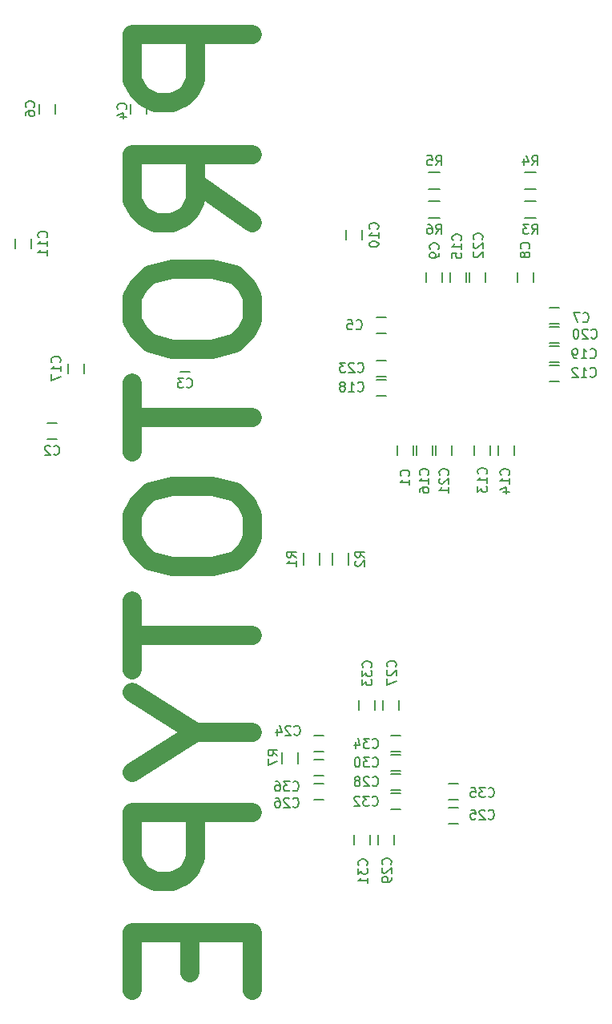
<source format=gbo>
G04 #@! TF.FileFunction,Legend,Bot*
%FSLAX46Y46*%
G04 Gerber Fmt 4.6, Leading zero omitted, Abs format (unit mm)*
G04 Created by KiCad (PCBNEW (2015-01-16 BZR 5376)-product) date 2015-03-11 03:36:44*
%MOMM*%
G01*
G04 APERTURE LIST*
%ADD10C,0.100000*%
%ADD11C,2.032000*%
%ADD12C,0.150000*%
G04 APERTURE END LIST*
D10*
D11*
X30586438Y-10409163D02*
X17886438Y-10409163D01*
X17886438Y-15247258D01*
X18491200Y-16456782D01*
X19095962Y-17061543D01*
X20305486Y-17666305D01*
X22119771Y-17666305D01*
X23329295Y-17061543D01*
X23934057Y-16456782D01*
X24538819Y-15247258D01*
X24538819Y-10409163D01*
X30586438Y-30366305D02*
X24538819Y-26132972D01*
X30586438Y-23109163D02*
X17886438Y-23109163D01*
X17886438Y-27947258D01*
X18491200Y-29156782D01*
X19095962Y-29761543D01*
X20305486Y-30366305D01*
X22119771Y-30366305D01*
X23329295Y-29761543D01*
X23934057Y-29156782D01*
X24538819Y-27947258D01*
X24538819Y-23109163D01*
X17886438Y-38228210D02*
X17886438Y-40647258D01*
X18491200Y-41856782D01*
X19700724Y-43066305D01*
X22119771Y-43671067D01*
X26353105Y-43671067D01*
X28772152Y-43066305D01*
X29981676Y-41856782D01*
X30586438Y-40647258D01*
X30586438Y-38228210D01*
X29981676Y-37018686D01*
X28772152Y-35809163D01*
X26353105Y-35204401D01*
X22119771Y-35204401D01*
X19700724Y-35809163D01*
X18491200Y-37018686D01*
X17886438Y-38228210D01*
X17886438Y-47299639D02*
X17886438Y-54556782D01*
X30586438Y-50928210D02*
X17886438Y-50928210D01*
X17886438Y-61209162D02*
X17886438Y-63628210D01*
X18491200Y-64837734D01*
X19700724Y-66047257D01*
X22119771Y-66652019D01*
X26353105Y-66652019D01*
X28772152Y-66047257D01*
X29981676Y-64837734D01*
X30586438Y-63628210D01*
X30586438Y-61209162D01*
X29981676Y-59999638D01*
X28772152Y-58790115D01*
X26353105Y-58185353D01*
X22119771Y-58185353D01*
X19700724Y-58790115D01*
X18491200Y-59999638D01*
X17886438Y-61209162D01*
X17886438Y-70280591D02*
X17886438Y-77537734D01*
X30586438Y-73909162D02*
X17886438Y-73909162D01*
X24538819Y-84190114D02*
X30586438Y-84190114D01*
X17886438Y-79956781D02*
X24538819Y-84190114D01*
X17886438Y-88423447D01*
X30586438Y-92656781D02*
X17886438Y-92656781D01*
X17886438Y-97494876D01*
X18491200Y-98704400D01*
X19095962Y-99309161D01*
X20305486Y-99913923D01*
X22119771Y-99913923D01*
X23329295Y-99309161D01*
X23934057Y-98704400D01*
X24538819Y-97494876D01*
X24538819Y-92656781D01*
X23934057Y-105356781D02*
X23934057Y-109590114D01*
X30586438Y-111404400D02*
X30586438Y-105356781D01*
X17886438Y-105356781D01*
X17886438Y-111404400D01*
D12*
X47586000Y-53856000D02*
X47586000Y-54856000D01*
X45886000Y-54856000D02*
X45886000Y-53856000D01*
X9898000Y-53174000D02*
X8898000Y-53174000D01*
X8898000Y-51474000D02*
X9898000Y-51474000D01*
X23931500Y-46062000D02*
X22931500Y-46062000D01*
X22931500Y-44362000D02*
X23931500Y-44362000D01*
X19392000Y-17788000D02*
X19392000Y-18788000D01*
X17692000Y-18788000D02*
X17692000Y-17788000D01*
X44696000Y-41998000D02*
X43696000Y-41998000D01*
X43696000Y-40298000D02*
X44696000Y-40298000D01*
X9740000Y-17788000D02*
X9740000Y-18788000D01*
X8040000Y-18788000D02*
X8040000Y-17788000D01*
X61984000Y-39282000D02*
X62984000Y-39282000D01*
X62984000Y-40982000D02*
X61984000Y-40982000D01*
X58586000Y-36568000D02*
X58586000Y-35568000D01*
X60286000Y-35568000D02*
X60286000Y-36568000D01*
X48934000Y-36568000D02*
X48934000Y-35568000D01*
X50634000Y-35568000D02*
X50634000Y-36568000D01*
X42188500Y-31123000D02*
X42188500Y-32123000D01*
X40488500Y-32123000D02*
X40488500Y-31123000D01*
X7200000Y-32012000D02*
X7200000Y-33012000D01*
X5500000Y-33012000D02*
X5500000Y-32012000D01*
X61984000Y-45378000D02*
X62984000Y-45378000D01*
X62984000Y-47078000D02*
X61984000Y-47078000D01*
X55714000Y-53856000D02*
X55714000Y-54856000D01*
X54014000Y-54856000D02*
X54014000Y-53856000D01*
X58254000Y-53856000D02*
X58254000Y-54856000D01*
X56554000Y-54856000D02*
X56554000Y-53856000D01*
X51474000Y-36568000D02*
X51474000Y-35568000D01*
X53174000Y-35568000D02*
X53174000Y-36568000D01*
X49618000Y-53856000D02*
X49618000Y-54856000D01*
X47918000Y-54856000D02*
X47918000Y-53856000D01*
X11088000Y-46220000D02*
X11088000Y-45220000D01*
X12788000Y-45220000D02*
X12788000Y-46220000D01*
X44696000Y-48602000D02*
X43696000Y-48602000D01*
X43696000Y-46902000D02*
X44696000Y-46902000D01*
X61984000Y-43346000D02*
X62984000Y-43346000D01*
X62984000Y-45046000D02*
X61984000Y-45046000D01*
X61984000Y-41314000D02*
X62984000Y-41314000D01*
X62984000Y-43014000D02*
X61984000Y-43014000D01*
X51650000Y-53856000D02*
X51650000Y-54856000D01*
X49950000Y-54856000D02*
X49950000Y-53856000D01*
X53506000Y-36568000D02*
X53506000Y-35568000D01*
X55206000Y-35568000D02*
X55206000Y-36568000D01*
X44696000Y-46570000D02*
X43696000Y-46570000D01*
X43696000Y-44870000D02*
X44696000Y-44870000D01*
X38092000Y-86194000D02*
X37092000Y-86194000D01*
X37092000Y-84494000D02*
X38092000Y-84494000D01*
X51316000Y-92114000D02*
X52316000Y-92114000D01*
X52316000Y-93814000D02*
X51316000Y-93814000D01*
X38092000Y-91274000D02*
X37092000Y-91274000D01*
X37092000Y-89574000D02*
X38092000Y-89574000D01*
X44362000Y-81780000D02*
X44362000Y-80780000D01*
X46062000Y-80780000D02*
X46062000Y-81780000D01*
X46220000Y-90258000D02*
X45220000Y-90258000D01*
X45220000Y-88558000D02*
X46220000Y-88558000D01*
X45554000Y-95004000D02*
X45554000Y-96004000D01*
X43854000Y-96004000D02*
X43854000Y-95004000D01*
X46220000Y-88226000D02*
X45220000Y-88226000D01*
X45220000Y-86526000D02*
X46220000Y-86526000D01*
X43014000Y-95004000D02*
X43014000Y-96004000D01*
X41314000Y-96004000D02*
X41314000Y-95004000D01*
X46220000Y-92290000D02*
X45220000Y-92290000D01*
X45220000Y-90590000D02*
X46220000Y-90590000D01*
X41822000Y-81780000D02*
X41822000Y-80780000D01*
X43522000Y-80780000D02*
X43522000Y-81780000D01*
X46220000Y-86194000D02*
X45220000Y-86194000D01*
X45220000Y-84494000D02*
X46220000Y-84494000D01*
X51316000Y-89574000D02*
X52316000Y-89574000D01*
X52316000Y-91274000D02*
X51316000Y-91274000D01*
X38092000Y-88734000D02*
X37092000Y-88734000D01*
X37092000Y-87034000D02*
X38092000Y-87034000D01*
X37705000Y-66449500D02*
X37705000Y-65249500D01*
X35955000Y-65249500D02*
X35955000Y-66449500D01*
X39003000Y-65249500D02*
X39003000Y-66449500D01*
X40753000Y-66449500D02*
X40753000Y-65249500D01*
X60544000Y-28081000D02*
X59344000Y-28081000D01*
X59344000Y-29831000D02*
X60544000Y-29831000D01*
X59344000Y-26783000D02*
X60544000Y-26783000D01*
X60544000Y-25033000D02*
X59344000Y-25033000D01*
X49184000Y-26783000D02*
X50384000Y-26783000D01*
X50384000Y-25033000D02*
X49184000Y-25033000D01*
X50384000Y-28081000D02*
X49184000Y-28081000D01*
X49184000Y-29831000D02*
X50384000Y-29831000D01*
X33669000Y-86268000D02*
X33669000Y-87468000D01*
X35419000Y-87468000D02*
X35419000Y-86268000D01*
X47093143Y-57084934D02*
X47140762Y-57037315D01*
X47188381Y-56894458D01*
X47188381Y-56799220D01*
X47140762Y-56656362D01*
X47045524Y-56561124D01*
X46950286Y-56513505D01*
X46759810Y-56465886D01*
X46616952Y-56465886D01*
X46426476Y-56513505D01*
X46331238Y-56561124D01*
X46236000Y-56656362D01*
X46188381Y-56799220D01*
X46188381Y-56894458D01*
X46236000Y-57037315D01*
X46283619Y-57084934D01*
X47188381Y-58037315D02*
X47188381Y-57465886D01*
X47188381Y-57751600D02*
X46188381Y-57751600D01*
X46331238Y-57656362D01*
X46426476Y-57561124D01*
X46474095Y-57465886D01*
X9564666Y-54781143D02*
X9612285Y-54828762D01*
X9755142Y-54876381D01*
X9850380Y-54876381D01*
X9993238Y-54828762D01*
X10088476Y-54733524D01*
X10136095Y-54638286D01*
X10183714Y-54447810D01*
X10183714Y-54304952D01*
X10136095Y-54114476D01*
X10088476Y-54019238D01*
X9993238Y-53924000D01*
X9850380Y-53876381D01*
X9755142Y-53876381D01*
X9612285Y-53924000D01*
X9564666Y-53971619D01*
X9183714Y-53971619D02*
X9136095Y-53924000D01*
X9040857Y-53876381D01*
X8802761Y-53876381D01*
X8707523Y-53924000D01*
X8659904Y-53971619D01*
X8612285Y-54066857D01*
X8612285Y-54162095D01*
X8659904Y-54304952D01*
X9231333Y-54876381D01*
X8612285Y-54876381D01*
X23598166Y-47669143D02*
X23645785Y-47716762D01*
X23788642Y-47764381D01*
X23883880Y-47764381D01*
X24026738Y-47716762D01*
X24121976Y-47621524D01*
X24169595Y-47526286D01*
X24217214Y-47335810D01*
X24217214Y-47192952D01*
X24169595Y-47002476D01*
X24121976Y-46907238D01*
X24026738Y-46812000D01*
X23883880Y-46764381D01*
X23788642Y-46764381D01*
X23645785Y-46812000D01*
X23598166Y-46859619D01*
X23264833Y-46764381D02*
X22645785Y-46764381D01*
X22979119Y-47145333D01*
X22836261Y-47145333D01*
X22741023Y-47192952D01*
X22693404Y-47240571D01*
X22645785Y-47335810D01*
X22645785Y-47573905D01*
X22693404Y-47669143D01*
X22741023Y-47716762D01*
X22836261Y-47764381D01*
X23121976Y-47764381D01*
X23217214Y-47716762D01*
X23264833Y-47669143D01*
X17171943Y-18324534D02*
X17219562Y-18276915D01*
X17267181Y-18134058D01*
X17267181Y-18038820D01*
X17219562Y-17895962D01*
X17124324Y-17800724D01*
X17029086Y-17753105D01*
X16838610Y-17705486D01*
X16695752Y-17705486D01*
X16505276Y-17753105D01*
X16410038Y-17800724D01*
X16314800Y-17895962D01*
X16267181Y-18038820D01*
X16267181Y-18134058D01*
X16314800Y-18276915D01*
X16362419Y-18324534D01*
X16600514Y-19181677D02*
X17267181Y-19181677D01*
X16219562Y-18943581D02*
X16933848Y-18705486D01*
X16933848Y-19324534D01*
X41517866Y-41505143D02*
X41565485Y-41552762D01*
X41708342Y-41600381D01*
X41803580Y-41600381D01*
X41946438Y-41552762D01*
X42041676Y-41457524D01*
X42089295Y-41362286D01*
X42136914Y-41171810D01*
X42136914Y-41028952D01*
X42089295Y-40838476D01*
X42041676Y-40743238D01*
X41946438Y-40648000D01*
X41803580Y-40600381D01*
X41708342Y-40600381D01*
X41565485Y-40648000D01*
X41517866Y-40695619D01*
X40613104Y-40600381D02*
X41089295Y-40600381D01*
X41136914Y-41076571D01*
X41089295Y-41028952D01*
X40994057Y-40981333D01*
X40755961Y-40981333D01*
X40660723Y-41028952D01*
X40613104Y-41076571D01*
X40565485Y-41171810D01*
X40565485Y-41409905D01*
X40613104Y-41505143D01*
X40660723Y-41552762D01*
X40755961Y-41600381D01*
X40994057Y-41600381D01*
X41089295Y-41552762D01*
X41136914Y-41505143D01*
X7469143Y-18121334D02*
X7516762Y-18073715D01*
X7564381Y-17930858D01*
X7564381Y-17835620D01*
X7516762Y-17692762D01*
X7421524Y-17597524D01*
X7326286Y-17549905D01*
X7135810Y-17502286D01*
X6992952Y-17502286D01*
X6802476Y-17549905D01*
X6707238Y-17597524D01*
X6612000Y-17692762D01*
X6564381Y-17835620D01*
X6564381Y-17930858D01*
X6612000Y-18073715D01*
X6659619Y-18121334D01*
X6564381Y-18978477D02*
X6564381Y-18788000D01*
X6612000Y-18692762D01*
X6659619Y-18645143D01*
X6802476Y-18549905D01*
X6992952Y-18502286D01*
X7373905Y-18502286D01*
X7469143Y-18549905D01*
X7516762Y-18597524D01*
X7564381Y-18692762D01*
X7564381Y-18883239D01*
X7516762Y-18978477D01*
X7469143Y-19026096D01*
X7373905Y-19073715D01*
X7135810Y-19073715D01*
X7040571Y-19026096D01*
X6992952Y-18978477D01*
X6945333Y-18883239D01*
X6945333Y-18692762D01*
X6992952Y-18597524D01*
X7040571Y-18549905D01*
X7135810Y-18502286D01*
X65495466Y-40743143D02*
X65543085Y-40790762D01*
X65685942Y-40838381D01*
X65781180Y-40838381D01*
X65924038Y-40790762D01*
X66019276Y-40695524D01*
X66066895Y-40600286D01*
X66114514Y-40409810D01*
X66114514Y-40266952D01*
X66066895Y-40076476D01*
X66019276Y-39981238D01*
X65924038Y-39886000D01*
X65781180Y-39838381D01*
X65685942Y-39838381D01*
X65543085Y-39886000D01*
X65495466Y-39933619D01*
X65162133Y-39838381D02*
X64495466Y-39838381D01*
X64924038Y-40838381D01*
X59793143Y-33056534D02*
X59840762Y-33008915D01*
X59888381Y-32866058D01*
X59888381Y-32770820D01*
X59840762Y-32627962D01*
X59745524Y-32532724D01*
X59650286Y-32485105D01*
X59459810Y-32437486D01*
X59316952Y-32437486D01*
X59126476Y-32485105D01*
X59031238Y-32532724D01*
X58936000Y-32627962D01*
X58888381Y-32770820D01*
X58888381Y-32866058D01*
X58936000Y-33008915D01*
X58983619Y-33056534D01*
X59316952Y-33627962D02*
X59269333Y-33532724D01*
X59221714Y-33485105D01*
X59126476Y-33437486D01*
X59078857Y-33437486D01*
X58983619Y-33485105D01*
X58936000Y-33532724D01*
X58888381Y-33627962D01*
X58888381Y-33818439D01*
X58936000Y-33913677D01*
X58983619Y-33961296D01*
X59078857Y-34008915D01*
X59126476Y-34008915D01*
X59221714Y-33961296D01*
X59269333Y-33913677D01*
X59316952Y-33818439D01*
X59316952Y-33627962D01*
X59364571Y-33532724D01*
X59412190Y-33485105D01*
X59507429Y-33437486D01*
X59697905Y-33437486D01*
X59793143Y-33485105D01*
X59840762Y-33532724D01*
X59888381Y-33627962D01*
X59888381Y-33818439D01*
X59840762Y-33913677D01*
X59793143Y-33961296D01*
X59697905Y-34008915D01*
X59507429Y-34008915D01*
X59412190Y-33961296D01*
X59364571Y-33913677D01*
X59316952Y-33818439D01*
X50191943Y-33107334D02*
X50239562Y-33059715D01*
X50287181Y-32916858D01*
X50287181Y-32821620D01*
X50239562Y-32678762D01*
X50144324Y-32583524D01*
X50049086Y-32535905D01*
X49858610Y-32488286D01*
X49715752Y-32488286D01*
X49525276Y-32535905D01*
X49430038Y-32583524D01*
X49334800Y-32678762D01*
X49287181Y-32821620D01*
X49287181Y-32916858D01*
X49334800Y-33059715D01*
X49382419Y-33107334D01*
X50287181Y-33583524D02*
X50287181Y-33774000D01*
X50239562Y-33869239D01*
X50191943Y-33916858D01*
X50049086Y-34012096D01*
X49858610Y-34059715D01*
X49477657Y-34059715D01*
X49382419Y-34012096D01*
X49334800Y-33964477D01*
X49287181Y-33869239D01*
X49287181Y-33678762D01*
X49334800Y-33583524D01*
X49382419Y-33535905D01*
X49477657Y-33488286D01*
X49715752Y-33488286D01*
X49810990Y-33535905D01*
X49858610Y-33583524D01*
X49906229Y-33678762D01*
X49906229Y-33869239D01*
X49858610Y-33964477D01*
X49810990Y-34012096D01*
X49715752Y-34059715D01*
X43795643Y-30980143D02*
X43843262Y-30932524D01*
X43890881Y-30789667D01*
X43890881Y-30694429D01*
X43843262Y-30551571D01*
X43748024Y-30456333D01*
X43652786Y-30408714D01*
X43462310Y-30361095D01*
X43319452Y-30361095D01*
X43128976Y-30408714D01*
X43033738Y-30456333D01*
X42938500Y-30551571D01*
X42890881Y-30694429D01*
X42890881Y-30789667D01*
X42938500Y-30932524D01*
X42986119Y-30980143D01*
X43890881Y-31932524D02*
X43890881Y-31361095D01*
X43890881Y-31646809D02*
X42890881Y-31646809D01*
X43033738Y-31551571D01*
X43128976Y-31456333D01*
X43176595Y-31361095D01*
X42890881Y-32551571D02*
X42890881Y-32646810D01*
X42938500Y-32742048D01*
X42986119Y-32789667D01*
X43081357Y-32837286D01*
X43271833Y-32884905D01*
X43509929Y-32884905D01*
X43700405Y-32837286D01*
X43795643Y-32789667D01*
X43843262Y-32742048D01*
X43890881Y-32646810D01*
X43890881Y-32551571D01*
X43843262Y-32456333D01*
X43795643Y-32408714D01*
X43700405Y-32361095D01*
X43509929Y-32313476D01*
X43271833Y-32313476D01*
X43081357Y-32361095D01*
X42986119Y-32408714D01*
X42938500Y-32456333D01*
X42890881Y-32551571D01*
X8807143Y-31869143D02*
X8854762Y-31821524D01*
X8902381Y-31678667D01*
X8902381Y-31583429D01*
X8854762Y-31440571D01*
X8759524Y-31345333D01*
X8664286Y-31297714D01*
X8473810Y-31250095D01*
X8330952Y-31250095D01*
X8140476Y-31297714D01*
X8045238Y-31345333D01*
X7950000Y-31440571D01*
X7902381Y-31583429D01*
X7902381Y-31678667D01*
X7950000Y-31821524D01*
X7997619Y-31869143D01*
X8902381Y-32821524D02*
X8902381Y-32250095D01*
X8902381Y-32535809D02*
X7902381Y-32535809D01*
X8045238Y-32440571D01*
X8140476Y-32345333D01*
X8188095Y-32250095D01*
X8902381Y-33773905D02*
X8902381Y-33202476D01*
X8902381Y-33488190D02*
X7902381Y-33488190D01*
X8045238Y-33392952D01*
X8140476Y-33297714D01*
X8188095Y-33202476D01*
X66276457Y-46534343D02*
X66324076Y-46581962D01*
X66466933Y-46629581D01*
X66562171Y-46629581D01*
X66705029Y-46581962D01*
X66800267Y-46486724D01*
X66847886Y-46391486D01*
X66895505Y-46201010D01*
X66895505Y-46058152D01*
X66847886Y-45867676D01*
X66800267Y-45772438D01*
X66705029Y-45677200D01*
X66562171Y-45629581D01*
X66466933Y-45629581D01*
X66324076Y-45677200D01*
X66276457Y-45724819D01*
X65324076Y-46629581D02*
X65895505Y-46629581D01*
X65609791Y-46629581D02*
X65609791Y-45629581D01*
X65705029Y-45772438D01*
X65800267Y-45867676D01*
X65895505Y-45915295D01*
X64943124Y-45724819D02*
X64895505Y-45677200D01*
X64800267Y-45629581D01*
X64562171Y-45629581D01*
X64466933Y-45677200D01*
X64419314Y-45724819D01*
X64371695Y-45820057D01*
X64371695Y-45915295D01*
X64419314Y-46058152D01*
X64990743Y-46629581D01*
X64371695Y-46629581D01*
X55271943Y-56862743D02*
X55319562Y-56815124D01*
X55367181Y-56672267D01*
X55367181Y-56577029D01*
X55319562Y-56434171D01*
X55224324Y-56338933D01*
X55129086Y-56291314D01*
X54938610Y-56243695D01*
X54795752Y-56243695D01*
X54605276Y-56291314D01*
X54510038Y-56338933D01*
X54414800Y-56434171D01*
X54367181Y-56577029D01*
X54367181Y-56672267D01*
X54414800Y-56815124D01*
X54462419Y-56862743D01*
X55367181Y-57815124D02*
X55367181Y-57243695D01*
X55367181Y-57529409D02*
X54367181Y-57529409D01*
X54510038Y-57434171D01*
X54605276Y-57338933D01*
X54652895Y-57243695D01*
X54367181Y-58148457D02*
X54367181Y-58767505D01*
X54748133Y-58434171D01*
X54748133Y-58577029D01*
X54795752Y-58672267D01*
X54843371Y-58719886D01*
X54938610Y-58767505D01*
X55176705Y-58767505D01*
X55271943Y-58719886D01*
X55319562Y-58672267D01*
X55367181Y-58577029D01*
X55367181Y-58291314D01*
X55319562Y-58196076D01*
X55271943Y-58148457D01*
X57659543Y-56964343D02*
X57707162Y-56916724D01*
X57754781Y-56773867D01*
X57754781Y-56678629D01*
X57707162Y-56535771D01*
X57611924Y-56440533D01*
X57516686Y-56392914D01*
X57326210Y-56345295D01*
X57183352Y-56345295D01*
X56992876Y-56392914D01*
X56897638Y-56440533D01*
X56802400Y-56535771D01*
X56754781Y-56678629D01*
X56754781Y-56773867D01*
X56802400Y-56916724D01*
X56850019Y-56964343D01*
X57754781Y-57916724D02*
X57754781Y-57345295D01*
X57754781Y-57631009D02*
X56754781Y-57631009D01*
X56897638Y-57535771D01*
X56992876Y-57440533D01*
X57040495Y-57345295D01*
X57088114Y-58773867D02*
X57754781Y-58773867D01*
X56707162Y-58535771D02*
X57421448Y-58297676D01*
X57421448Y-58916724D01*
X52579543Y-32173943D02*
X52627162Y-32126324D01*
X52674781Y-31983467D01*
X52674781Y-31888229D01*
X52627162Y-31745371D01*
X52531924Y-31650133D01*
X52436686Y-31602514D01*
X52246210Y-31554895D01*
X52103352Y-31554895D01*
X51912876Y-31602514D01*
X51817638Y-31650133D01*
X51722400Y-31745371D01*
X51674781Y-31888229D01*
X51674781Y-31983467D01*
X51722400Y-32126324D01*
X51770019Y-32173943D01*
X52674781Y-33126324D02*
X52674781Y-32554895D01*
X52674781Y-32840609D02*
X51674781Y-32840609D01*
X51817638Y-32745371D01*
X51912876Y-32650133D01*
X51960495Y-32554895D01*
X51674781Y-34031086D02*
X51674781Y-33554895D01*
X52150971Y-33507276D01*
X52103352Y-33554895D01*
X52055733Y-33650133D01*
X52055733Y-33888229D01*
X52103352Y-33983467D01*
X52150971Y-34031086D01*
X52246210Y-34078705D01*
X52484305Y-34078705D01*
X52579543Y-34031086D01*
X52627162Y-33983467D01*
X52674781Y-33888229D01*
X52674781Y-33650133D01*
X52627162Y-33554895D01*
X52579543Y-33507276D01*
X49125143Y-56964343D02*
X49172762Y-56916724D01*
X49220381Y-56773867D01*
X49220381Y-56678629D01*
X49172762Y-56535771D01*
X49077524Y-56440533D01*
X48982286Y-56392914D01*
X48791810Y-56345295D01*
X48648952Y-56345295D01*
X48458476Y-56392914D01*
X48363238Y-56440533D01*
X48268000Y-56535771D01*
X48220381Y-56678629D01*
X48220381Y-56773867D01*
X48268000Y-56916724D01*
X48315619Y-56964343D01*
X49220381Y-57916724D02*
X49220381Y-57345295D01*
X49220381Y-57631009D02*
X48220381Y-57631009D01*
X48363238Y-57535771D01*
X48458476Y-57440533D01*
X48506095Y-57345295D01*
X48220381Y-58773867D02*
X48220381Y-58583390D01*
X48268000Y-58488152D01*
X48315619Y-58440533D01*
X48458476Y-58345295D01*
X48648952Y-58297676D01*
X49029905Y-58297676D01*
X49125143Y-58345295D01*
X49172762Y-58392914D01*
X49220381Y-58488152D01*
X49220381Y-58678629D01*
X49172762Y-58773867D01*
X49125143Y-58821486D01*
X49029905Y-58869105D01*
X48791810Y-58869105D01*
X48696571Y-58821486D01*
X48648952Y-58773867D01*
X48601333Y-58678629D01*
X48601333Y-58488152D01*
X48648952Y-58392914D01*
X48696571Y-58345295D01*
X48791810Y-58297676D01*
X10195143Y-45077143D02*
X10242762Y-45029524D01*
X10290381Y-44886667D01*
X10290381Y-44791429D01*
X10242762Y-44648571D01*
X10147524Y-44553333D01*
X10052286Y-44505714D01*
X9861810Y-44458095D01*
X9718952Y-44458095D01*
X9528476Y-44505714D01*
X9433238Y-44553333D01*
X9338000Y-44648571D01*
X9290381Y-44791429D01*
X9290381Y-44886667D01*
X9338000Y-45029524D01*
X9385619Y-45077143D01*
X10290381Y-46029524D02*
X10290381Y-45458095D01*
X10290381Y-45743809D02*
X9290381Y-45743809D01*
X9433238Y-45648571D01*
X9528476Y-45553333D01*
X9576095Y-45458095D01*
X9290381Y-46362857D02*
X9290381Y-47029524D01*
X10290381Y-46600952D01*
X41689257Y-48058343D02*
X41736876Y-48105962D01*
X41879733Y-48153581D01*
X41974971Y-48153581D01*
X42117829Y-48105962D01*
X42213067Y-48010724D01*
X42260686Y-47915486D01*
X42308305Y-47725010D01*
X42308305Y-47582152D01*
X42260686Y-47391676D01*
X42213067Y-47296438D01*
X42117829Y-47201200D01*
X41974971Y-47153581D01*
X41879733Y-47153581D01*
X41736876Y-47201200D01*
X41689257Y-47248819D01*
X40736876Y-48153581D02*
X41308305Y-48153581D01*
X41022591Y-48153581D02*
X41022591Y-47153581D01*
X41117829Y-47296438D01*
X41213067Y-47391676D01*
X41308305Y-47439295D01*
X40165448Y-47582152D02*
X40260686Y-47534533D01*
X40308305Y-47486914D01*
X40355924Y-47391676D01*
X40355924Y-47344057D01*
X40308305Y-47248819D01*
X40260686Y-47201200D01*
X40165448Y-47153581D01*
X39974971Y-47153581D01*
X39879733Y-47201200D01*
X39832114Y-47248819D01*
X39784495Y-47344057D01*
X39784495Y-47391676D01*
X39832114Y-47486914D01*
X39879733Y-47534533D01*
X39974971Y-47582152D01*
X40165448Y-47582152D01*
X40260686Y-47629771D01*
X40308305Y-47677390D01*
X40355924Y-47772629D01*
X40355924Y-47963105D01*
X40308305Y-48058343D01*
X40260686Y-48105962D01*
X40165448Y-48153581D01*
X39974971Y-48153581D01*
X39879733Y-48105962D01*
X39832114Y-48058343D01*
X39784495Y-47963105D01*
X39784495Y-47772629D01*
X39832114Y-47677390D01*
X39879733Y-47629771D01*
X39974971Y-47582152D01*
X66276457Y-44553143D02*
X66324076Y-44600762D01*
X66466933Y-44648381D01*
X66562171Y-44648381D01*
X66705029Y-44600762D01*
X66800267Y-44505524D01*
X66847886Y-44410286D01*
X66895505Y-44219810D01*
X66895505Y-44076952D01*
X66847886Y-43886476D01*
X66800267Y-43791238D01*
X66705029Y-43696000D01*
X66562171Y-43648381D01*
X66466933Y-43648381D01*
X66324076Y-43696000D01*
X66276457Y-43743619D01*
X65324076Y-44648381D02*
X65895505Y-44648381D01*
X65609791Y-44648381D02*
X65609791Y-43648381D01*
X65705029Y-43791238D01*
X65800267Y-43886476D01*
X65895505Y-43934095D01*
X64847886Y-44648381D02*
X64657410Y-44648381D01*
X64562171Y-44600762D01*
X64514552Y-44553143D01*
X64419314Y-44410286D01*
X64371695Y-44219810D01*
X64371695Y-43838857D01*
X64419314Y-43743619D01*
X64466933Y-43696000D01*
X64562171Y-43648381D01*
X64752648Y-43648381D01*
X64847886Y-43696000D01*
X64895505Y-43743619D01*
X64943124Y-43838857D01*
X64943124Y-44076952D01*
X64895505Y-44172190D01*
X64847886Y-44219810D01*
X64752648Y-44267429D01*
X64562171Y-44267429D01*
X64466933Y-44219810D01*
X64419314Y-44172190D01*
X64371695Y-44076952D01*
X66378057Y-42470343D02*
X66425676Y-42517962D01*
X66568533Y-42565581D01*
X66663771Y-42565581D01*
X66806629Y-42517962D01*
X66901867Y-42422724D01*
X66949486Y-42327486D01*
X66997105Y-42137010D01*
X66997105Y-41994152D01*
X66949486Y-41803676D01*
X66901867Y-41708438D01*
X66806629Y-41613200D01*
X66663771Y-41565581D01*
X66568533Y-41565581D01*
X66425676Y-41613200D01*
X66378057Y-41660819D01*
X65997105Y-41660819D02*
X65949486Y-41613200D01*
X65854248Y-41565581D01*
X65616152Y-41565581D01*
X65520914Y-41613200D01*
X65473295Y-41660819D01*
X65425676Y-41756057D01*
X65425676Y-41851295D01*
X65473295Y-41994152D01*
X66044724Y-42565581D01*
X65425676Y-42565581D01*
X64806629Y-41565581D02*
X64711390Y-41565581D01*
X64616152Y-41613200D01*
X64568533Y-41660819D01*
X64520914Y-41756057D01*
X64473295Y-41946533D01*
X64473295Y-42184629D01*
X64520914Y-42375105D01*
X64568533Y-42470343D01*
X64616152Y-42517962D01*
X64711390Y-42565581D01*
X64806629Y-42565581D01*
X64901867Y-42517962D01*
X64949486Y-42470343D01*
X64997105Y-42375105D01*
X65044724Y-42184629D01*
X65044724Y-41946533D01*
X64997105Y-41756057D01*
X64949486Y-41660819D01*
X64901867Y-41613200D01*
X64806629Y-41565581D01*
X51207943Y-56964343D02*
X51255562Y-56916724D01*
X51303181Y-56773867D01*
X51303181Y-56678629D01*
X51255562Y-56535771D01*
X51160324Y-56440533D01*
X51065086Y-56392914D01*
X50874610Y-56345295D01*
X50731752Y-56345295D01*
X50541276Y-56392914D01*
X50446038Y-56440533D01*
X50350800Y-56535771D01*
X50303181Y-56678629D01*
X50303181Y-56773867D01*
X50350800Y-56916724D01*
X50398419Y-56964343D01*
X50398419Y-57345295D02*
X50350800Y-57392914D01*
X50303181Y-57488152D01*
X50303181Y-57726248D01*
X50350800Y-57821486D01*
X50398419Y-57869105D01*
X50493657Y-57916724D01*
X50588895Y-57916724D01*
X50731752Y-57869105D01*
X51303181Y-57297676D01*
X51303181Y-57916724D01*
X51303181Y-58869105D02*
X51303181Y-58297676D01*
X51303181Y-58583390D02*
X50303181Y-58583390D01*
X50446038Y-58488152D01*
X50541276Y-58392914D01*
X50588895Y-58297676D01*
X54814743Y-32072343D02*
X54862362Y-32024724D01*
X54909981Y-31881867D01*
X54909981Y-31786629D01*
X54862362Y-31643771D01*
X54767124Y-31548533D01*
X54671886Y-31500914D01*
X54481410Y-31453295D01*
X54338552Y-31453295D01*
X54148076Y-31500914D01*
X54052838Y-31548533D01*
X53957600Y-31643771D01*
X53909981Y-31786629D01*
X53909981Y-31881867D01*
X53957600Y-32024724D01*
X54005219Y-32072343D01*
X54005219Y-32453295D02*
X53957600Y-32500914D01*
X53909981Y-32596152D01*
X53909981Y-32834248D01*
X53957600Y-32929486D01*
X54005219Y-32977105D01*
X54100457Y-33024724D01*
X54195695Y-33024724D01*
X54338552Y-32977105D01*
X54909981Y-32405676D01*
X54909981Y-33024724D01*
X54005219Y-33405676D02*
X53957600Y-33453295D01*
X53909981Y-33548533D01*
X53909981Y-33786629D01*
X53957600Y-33881867D01*
X54005219Y-33929486D01*
X54100457Y-33977105D01*
X54195695Y-33977105D01*
X54338552Y-33929486D01*
X54909981Y-33358057D01*
X54909981Y-33977105D01*
X41689257Y-46026343D02*
X41736876Y-46073962D01*
X41879733Y-46121581D01*
X41974971Y-46121581D01*
X42117829Y-46073962D01*
X42213067Y-45978724D01*
X42260686Y-45883486D01*
X42308305Y-45693010D01*
X42308305Y-45550152D01*
X42260686Y-45359676D01*
X42213067Y-45264438D01*
X42117829Y-45169200D01*
X41974971Y-45121581D01*
X41879733Y-45121581D01*
X41736876Y-45169200D01*
X41689257Y-45216819D01*
X41308305Y-45216819D02*
X41260686Y-45169200D01*
X41165448Y-45121581D01*
X40927352Y-45121581D01*
X40832114Y-45169200D01*
X40784495Y-45216819D01*
X40736876Y-45312057D01*
X40736876Y-45407295D01*
X40784495Y-45550152D01*
X41355924Y-46121581D01*
X40736876Y-46121581D01*
X40403543Y-45121581D02*
X39784495Y-45121581D01*
X40117829Y-45502533D01*
X39974971Y-45502533D01*
X39879733Y-45550152D01*
X39832114Y-45597771D01*
X39784495Y-45693010D01*
X39784495Y-45931105D01*
X39832114Y-46026343D01*
X39879733Y-46073962D01*
X39974971Y-46121581D01*
X40260686Y-46121581D01*
X40355924Y-46073962D01*
X40403543Y-46026343D01*
X34983657Y-84380343D02*
X35031276Y-84427962D01*
X35174133Y-84475581D01*
X35269371Y-84475581D01*
X35412229Y-84427962D01*
X35507467Y-84332724D01*
X35555086Y-84237486D01*
X35602705Y-84047010D01*
X35602705Y-83904152D01*
X35555086Y-83713676D01*
X35507467Y-83618438D01*
X35412229Y-83523200D01*
X35269371Y-83475581D01*
X35174133Y-83475581D01*
X35031276Y-83523200D01*
X34983657Y-83570819D01*
X34602705Y-83570819D02*
X34555086Y-83523200D01*
X34459848Y-83475581D01*
X34221752Y-83475581D01*
X34126514Y-83523200D01*
X34078895Y-83570819D01*
X34031276Y-83666057D01*
X34031276Y-83761295D01*
X34078895Y-83904152D01*
X34650324Y-84475581D01*
X34031276Y-84475581D01*
X33174133Y-83808914D02*
X33174133Y-84475581D01*
X33412229Y-83427962D02*
X33650324Y-84142248D01*
X33031276Y-84142248D01*
X55506857Y-93270343D02*
X55554476Y-93317962D01*
X55697333Y-93365581D01*
X55792571Y-93365581D01*
X55935429Y-93317962D01*
X56030667Y-93222724D01*
X56078286Y-93127486D01*
X56125905Y-92937010D01*
X56125905Y-92794152D01*
X56078286Y-92603676D01*
X56030667Y-92508438D01*
X55935429Y-92413200D01*
X55792571Y-92365581D01*
X55697333Y-92365581D01*
X55554476Y-92413200D01*
X55506857Y-92460819D01*
X55125905Y-92460819D02*
X55078286Y-92413200D01*
X54983048Y-92365581D01*
X54744952Y-92365581D01*
X54649714Y-92413200D01*
X54602095Y-92460819D01*
X54554476Y-92556057D01*
X54554476Y-92651295D01*
X54602095Y-92794152D01*
X55173524Y-93365581D01*
X54554476Y-93365581D01*
X53649714Y-92365581D02*
X54125905Y-92365581D01*
X54173524Y-92841771D01*
X54125905Y-92794152D01*
X54030667Y-92746533D01*
X53792571Y-92746533D01*
X53697333Y-92794152D01*
X53649714Y-92841771D01*
X53602095Y-92937010D01*
X53602095Y-93175105D01*
X53649714Y-93270343D01*
X53697333Y-93317962D01*
X53792571Y-93365581D01*
X54030667Y-93365581D01*
X54125905Y-93317962D01*
X54173524Y-93270343D01*
X34831257Y-92000343D02*
X34878876Y-92047962D01*
X35021733Y-92095581D01*
X35116971Y-92095581D01*
X35259829Y-92047962D01*
X35355067Y-91952724D01*
X35402686Y-91857486D01*
X35450305Y-91667010D01*
X35450305Y-91524152D01*
X35402686Y-91333676D01*
X35355067Y-91238438D01*
X35259829Y-91143200D01*
X35116971Y-91095581D01*
X35021733Y-91095581D01*
X34878876Y-91143200D01*
X34831257Y-91190819D01*
X34450305Y-91190819D02*
X34402686Y-91143200D01*
X34307448Y-91095581D01*
X34069352Y-91095581D01*
X33974114Y-91143200D01*
X33926495Y-91190819D01*
X33878876Y-91286057D01*
X33878876Y-91381295D01*
X33926495Y-91524152D01*
X34497924Y-92095581D01*
X33878876Y-92095581D01*
X33021733Y-91095581D02*
X33212210Y-91095581D01*
X33307448Y-91143200D01*
X33355067Y-91190819D01*
X33450305Y-91333676D01*
X33497924Y-91524152D01*
X33497924Y-91905105D01*
X33450305Y-92000343D01*
X33402686Y-92047962D01*
X33307448Y-92095581D01*
X33116971Y-92095581D01*
X33021733Y-92047962D01*
X32974114Y-92000343D01*
X32926495Y-91905105D01*
X32926495Y-91667010D01*
X32974114Y-91571771D01*
X33021733Y-91524152D01*
X33116971Y-91476533D01*
X33307448Y-91476533D01*
X33402686Y-91524152D01*
X33450305Y-91571771D01*
X33497924Y-91667010D01*
X45670743Y-77233543D02*
X45718362Y-77185924D01*
X45765981Y-77043067D01*
X45765981Y-76947829D01*
X45718362Y-76804971D01*
X45623124Y-76709733D01*
X45527886Y-76662114D01*
X45337410Y-76614495D01*
X45194552Y-76614495D01*
X45004076Y-76662114D01*
X44908838Y-76709733D01*
X44813600Y-76804971D01*
X44765981Y-76947829D01*
X44765981Y-77043067D01*
X44813600Y-77185924D01*
X44861219Y-77233543D01*
X44861219Y-77614495D02*
X44813600Y-77662114D01*
X44765981Y-77757352D01*
X44765981Y-77995448D01*
X44813600Y-78090686D01*
X44861219Y-78138305D01*
X44956457Y-78185924D01*
X45051695Y-78185924D01*
X45194552Y-78138305D01*
X45765981Y-77566876D01*
X45765981Y-78185924D01*
X44765981Y-78519257D02*
X44765981Y-79185924D01*
X45765981Y-78757352D01*
X43264057Y-89765143D02*
X43311676Y-89812762D01*
X43454533Y-89860381D01*
X43549771Y-89860381D01*
X43692629Y-89812762D01*
X43787867Y-89717524D01*
X43835486Y-89622286D01*
X43883105Y-89431810D01*
X43883105Y-89288952D01*
X43835486Y-89098476D01*
X43787867Y-89003238D01*
X43692629Y-88908000D01*
X43549771Y-88860381D01*
X43454533Y-88860381D01*
X43311676Y-88908000D01*
X43264057Y-88955619D01*
X42883105Y-88955619D02*
X42835486Y-88908000D01*
X42740248Y-88860381D01*
X42502152Y-88860381D01*
X42406914Y-88908000D01*
X42359295Y-88955619D01*
X42311676Y-89050857D01*
X42311676Y-89146095D01*
X42359295Y-89288952D01*
X42930724Y-89860381D01*
X42311676Y-89860381D01*
X41740248Y-89288952D02*
X41835486Y-89241333D01*
X41883105Y-89193714D01*
X41930724Y-89098476D01*
X41930724Y-89050857D01*
X41883105Y-88955619D01*
X41835486Y-88908000D01*
X41740248Y-88860381D01*
X41549771Y-88860381D01*
X41454533Y-88908000D01*
X41406914Y-88955619D01*
X41359295Y-89050857D01*
X41359295Y-89098476D01*
X41406914Y-89193714D01*
X41454533Y-89241333D01*
X41549771Y-89288952D01*
X41740248Y-89288952D01*
X41835486Y-89336571D01*
X41883105Y-89384190D01*
X41930724Y-89479429D01*
X41930724Y-89669905D01*
X41883105Y-89765143D01*
X41835486Y-89812762D01*
X41740248Y-89860381D01*
X41549771Y-89860381D01*
X41454533Y-89812762D01*
X41406914Y-89765143D01*
X41359295Y-89669905D01*
X41359295Y-89479429D01*
X41406914Y-89384190D01*
X41454533Y-89336571D01*
X41549771Y-89288952D01*
X45162743Y-98112343D02*
X45210362Y-98064724D01*
X45257981Y-97921867D01*
X45257981Y-97826629D01*
X45210362Y-97683771D01*
X45115124Y-97588533D01*
X45019886Y-97540914D01*
X44829410Y-97493295D01*
X44686552Y-97493295D01*
X44496076Y-97540914D01*
X44400838Y-97588533D01*
X44305600Y-97683771D01*
X44257981Y-97826629D01*
X44257981Y-97921867D01*
X44305600Y-98064724D01*
X44353219Y-98112343D01*
X44353219Y-98493295D02*
X44305600Y-98540914D01*
X44257981Y-98636152D01*
X44257981Y-98874248D01*
X44305600Y-98969486D01*
X44353219Y-99017105D01*
X44448457Y-99064724D01*
X44543695Y-99064724D01*
X44686552Y-99017105D01*
X45257981Y-98445676D01*
X45257981Y-99064724D01*
X45257981Y-99540914D02*
X45257981Y-99731390D01*
X45210362Y-99826629D01*
X45162743Y-99874248D01*
X45019886Y-99969486D01*
X44829410Y-100017105D01*
X44448457Y-100017105D01*
X44353219Y-99969486D01*
X44305600Y-99921867D01*
X44257981Y-99826629D01*
X44257981Y-99636152D01*
X44305600Y-99540914D01*
X44353219Y-99493295D01*
X44448457Y-99445676D01*
X44686552Y-99445676D01*
X44781790Y-99493295D01*
X44829410Y-99540914D01*
X44877029Y-99636152D01*
X44877029Y-99826629D01*
X44829410Y-99921867D01*
X44781790Y-99969486D01*
X44686552Y-100017105D01*
X43264057Y-87733143D02*
X43311676Y-87780762D01*
X43454533Y-87828381D01*
X43549771Y-87828381D01*
X43692629Y-87780762D01*
X43787867Y-87685524D01*
X43835486Y-87590286D01*
X43883105Y-87399810D01*
X43883105Y-87256952D01*
X43835486Y-87066476D01*
X43787867Y-86971238D01*
X43692629Y-86876000D01*
X43549771Y-86828381D01*
X43454533Y-86828381D01*
X43311676Y-86876000D01*
X43264057Y-86923619D01*
X42930724Y-86828381D02*
X42311676Y-86828381D01*
X42645010Y-87209333D01*
X42502152Y-87209333D01*
X42406914Y-87256952D01*
X42359295Y-87304571D01*
X42311676Y-87399810D01*
X42311676Y-87637905D01*
X42359295Y-87733143D01*
X42406914Y-87780762D01*
X42502152Y-87828381D01*
X42787867Y-87828381D01*
X42883105Y-87780762D01*
X42930724Y-87733143D01*
X41692629Y-86828381D02*
X41597390Y-86828381D01*
X41502152Y-86876000D01*
X41454533Y-86923619D01*
X41406914Y-87018857D01*
X41359295Y-87209333D01*
X41359295Y-87447429D01*
X41406914Y-87637905D01*
X41454533Y-87733143D01*
X41502152Y-87780762D01*
X41597390Y-87828381D01*
X41692629Y-87828381D01*
X41787867Y-87780762D01*
X41835486Y-87733143D01*
X41883105Y-87637905D01*
X41930724Y-87447429D01*
X41930724Y-87209333D01*
X41883105Y-87018857D01*
X41835486Y-86923619D01*
X41787867Y-86876000D01*
X41692629Y-86828381D01*
X42622743Y-98213943D02*
X42670362Y-98166324D01*
X42717981Y-98023467D01*
X42717981Y-97928229D01*
X42670362Y-97785371D01*
X42575124Y-97690133D01*
X42479886Y-97642514D01*
X42289410Y-97594895D01*
X42146552Y-97594895D01*
X41956076Y-97642514D01*
X41860838Y-97690133D01*
X41765600Y-97785371D01*
X41717981Y-97928229D01*
X41717981Y-98023467D01*
X41765600Y-98166324D01*
X41813219Y-98213943D01*
X41717981Y-98547276D02*
X41717981Y-99166324D01*
X42098933Y-98832990D01*
X42098933Y-98975848D01*
X42146552Y-99071086D01*
X42194171Y-99118705D01*
X42289410Y-99166324D01*
X42527505Y-99166324D01*
X42622743Y-99118705D01*
X42670362Y-99071086D01*
X42717981Y-98975848D01*
X42717981Y-98690133D01*
X42670362Y-98594895D01*
X42622743Y-98547276D01*
X42717981Y-100118705D02*
X42717981Y-99547276D01*
X42717981Y-99832990D02*
X41717981Y-99832990D01*
X41860838Y-99737752D01*
X41956076Y-99642514D01*
X42003695Y-99547276D01*
X43213257Y-91847943D02*
X43260876Y-91895562D01*
X43403733Y-91943181D01*
X43498971Y-91943181D01*
X43641829Y-91895562D01*
X43737067Y-91800324D01*
X43784686Y-91705086D01*
X43832305Y-91514610D01*
X43832305Y-91371752D01*
X43784686Y-91181276D01*
X43737067Y-91086038D01*
X43641829Y-90990800D01*
X43498971Y-90943181D01*
X43403733Y-90943181D01*
X43260876Y-90990800D01*
X43213257Y-91038419D01*
X42879924Y-90943181D02*
X42260876Y-90943181D01*
X42594210Y-91324133D01*
X42451352Y-91324133D01*
X42356114Y-91371752D01*
X42308495Y-91419371D01*
X42260876Y-91514610D01*
X42260876Y-91752705D01*
X42308495Y-91847943D01*
X42356114Y-91895562D01*
X42451352Y-91943181D01*
X42737067Y-91943181D01*
X42832305Y-91895562D01*
X42879924Y-91847943D01*
X41879924Y-91038419D02*
X41832305Y-90990800D01*
X41737067Y-90943181D01*
X41498971Y-90943181D01*
X41403733Y-90990800D01*
X41356114Y-91038419D01*
X41308495Y-91133657D01*
X41308495Y-91228895D01*
X41356114Y-91371752D01*
X41927543Y-91943181D01*
X41308495Y-91943181D01*
X43079943Y-77284343D02*
X43127562Y-77236724D01*
X43175181Y-77093867D01*
X43175181Y-76998629D01*
X43127562Y-76855771D01*
X43032324Y-76760533D01*
X42937086Y-76712914D01*
X42746610Y-76665295D01*
X42603752Y-76665295D01*
X42413276Y-76712914D01*
X42318038Y-76760533D01*
X42222800Y-76855771D01*
X42175181Y-76998629D01*
X42175181Y-77093867D01*
X42222800Y-77236724D01*
X42270419Y-77284343D01*
X42175181Y-77617676D02*
X42175181Y-78236724D01*
X42556133Y-77903390D01*
X42556133Y-78046248D01*
X42603752Y-78141486D01*
X42651371Y-78189105D01*
X42746610Y-78236724D01*
X42984705Y-78236724D01*
X43079943Y-78189105D01*
X43127562Y-78141486D01*
X43175181Y-78046248D01*
X43175181Y-77760533D01*
X43127562Y-77665295D01*
X43079943Y-77617676D01*
X42175181Y-78570057D02*
X42175181Y-79189105D01*
X42556133Y-78855771D01*
X42556133Y-78998629D01*
X42603752Y-79093867D01*
X42651371Y-79141486D01*
X42746610Y-79189105D01*
X42984705Y-79189105D01*
X43079943Y-79141486D01*
X43127562Y-79093867D01*
X43175181Y-78998629D01*
X43175181Y-78712914D01*
X43127562Y-78617676D01*
X43079943Y-78570057D01*
X43264057Y-85751943D02*
X43311676Y-85799562D01*
X43454533Y-85847181D01*
X43549771Y-85847181D01*
X43692629Y-85799562D01*
X43787867Y-85704324D01*
X43835486Y-85609086D01*
X43883105Y-85418610D01*
X43883105Y-85275752D01*
X43835486Y-85085276D01*
X43787867Y-84990038D01*
X43692629Y-84894800D01*
X43549771Y-84847181D01*
X43454533Y-84847181D01*
X43311676Y-84894800D01*
X43264057Y-84942419D01*
X42930724Y-84847181D02*
X42311676Y-84847181D01*
X42645010Y-85228133D01*
X42502152Y-85228133D01*
X42406914Y-85275752D01*
X42359295Y-85323371D01*
X42311676Y-85418610D01*
X42311676Y-85656705D01*
X42359295Y-85751943D01*
X42406914Y-85799562D01*
X42502152Y-85847181D01*
X42787867Y-85847181D01*
X42883105Y-85799562D01*
X42930724Y-85751943D01*
X41454533Y-85180514D02*
X41454533Y-85847181D01*
X41692629Y-84799562D02*
X41930724Y-85513848D01*
X41311676Y-85513848D01*
X55506857Y-90933543D02*
X55554476Y-90981162D01*
X55697333Y-91028781D01*
X55792571Y-91028781D01*
X55935429Y-90981162D01*
X56030667Y-90885924D01*
X56078286Y-90790686D01*
X56125905Y-90600210D01*
X56125905Y-90457352D01*
X56078286Y-90266876D01*
X56030667Y-90171638D01*
X55935429Y-90076400D01*
X55792571Y-90028781D01*
X55697333Y-90028781D01*
X55554476Y-90076400D01*
X55506857Y-90124019D01*
X55173524Y-90028781D02*
X54554476Y-90028781D01*
X54887810Y-90409733D01*
X54744952Y-90409733D01*
X54649714Y-90457352D01*
X54602095Y-90504971D01*
X54554476Y-90600210D01*
X54554476Y-90838305D01*
X54602095Y-90933543D01*
X54649714Y-90981162D01*
X54744952Y-91028781D01*
X55030667Y-91028781D01*
X55125905Y-90981162D01*
X55173524Y-90933543D01*
X53649714Y-90028781D02*
X54125905Y-90028781D01*
X54173524Y-90504971D01*
X54125905Y-90457352D01*
X54030667Y-90409733D01*
X53792571Y-90409733D01*
X53697333Y-90457352D01*
X53649714Y-90504971D01*
X53602095Y-90600210D01*
X53602095Y-90838305D01*
X53649714Y-90933543D01*
X53697333Y-90981162D01*
X53792571Y-91028781D01*
X54030667Y-91028781D01*
X54125905Y-90981162D01*
X54173524Y-90933543D01*
X34831257Y-90273143D02*
X34878876Y-90320762D01*
X35021733Y-90368381D01*
X35116971Y-90368381D01*
X35259829Y-90320762D01*
X35355067Y-90225524D01*
X35402686Y-90130286D01*
X35450305Y-89939810D01*
X35450305Y-89796952D01*
X35402686Y-89606476D01*
X35355067Y-89511238D01*
X35259829Y-89416000D01*
X35116971Y-89368381D01*
X35021733Y-89368381D01*
X34878876Y-89416000D01*
X34831257Y-89463619D01*
X34497924Y-89368381D02*
X33878876Y-89368381D01*
X34212210Y-89749333D01*
X34069352Y-89749333D01*
X33974114Y-89796952D01*
X33926495Y-89844571D01*
X33878876Y-89939810D01*
X33878876Y-90177905D01*
X33926495Y-90273143D01*
X33974114Y-90320762D01*
X34069352Y-90368381D01*
X34355067Y-90368381D01*
X34450305Y-90320762D01*
X34497924Y-90273143D01*
X33021733Y-89368381D02*
X33212210Y-89368381D01*
X33307448Y-89416000D01*
X33355067Y-89463619D01*
X33450305Y-89606476D01*
X33497924Y-89796952D01*
X33497924Y-90177905D01*
X33450305Y-90273143D01*
X33402686Y-90320762D01*
X33307448Y-90368381D01*
X33116971Y-90368381D01*
X33021733Y-90320762D01*
X32974114Y-90273143D01*
X32926495Y-90177905D01*
X32926495Y-89939810D01*
X32974114Y-89844571D01*
X33021733Y-89796952D01*
X33116971Y-89749333D01*
X33307448Y-89749333D01*
X33402686Y-89796952D01*
X33450305Y-89844571D01*
X33497924Y-89939810D01*
X35182381Y-65682834D02*
X34706190Y-65349500D01*
X35182381Y-65111405D02*
X34182381Y-65111405D01*
X34182381Y-65492358D01*
X34230000Y-65587596D01*
X34277619Y-65635215D01*
X34372857Y-65682834D01*
X34515714Y-65682834D01*
X34610952Y-65635215D01*
X34658571Y-65587596D01*
X34706190Y-65492358D01*
X34706190Y-65111405D01*
X35182381Y-66635215D02*
X35182381Y-66063786D01*
X35182381Y-66349500D02*
X34182381Y-66349500D01*
X34325238Y-66254262D01*
X34420476Y-66159024D01*
X34468095Y-66063786D01*
X42430381Y-65682834D02*
X41954190Y-65349500D01*
X42430381Y-65111405D02*
X41430381Y-65111405D01*
X41430381Y-65492358D01*
X41478000Y-65587596D01*
X41525619Y-65635215D01*
X41620857Y-65682834D01*
X41763714Y-65682834D01*
X41858952Y-65635215D01*
X41906571Y-65587596D01*
X41954190Y-65492358D01*
X41954190Y-65111405D01*
X41525619Y-66063786D02*
X41478000Y-66111405D01*
X41430381Y-66206643D01*
X41430381Y-66444739D01*
X41478000Y-66539977D01*
X41525619Y-66587596D01*
X41620857Y-66635215D01*
X41716095Y-66635215D01*
X41858952Y-66587596D01*
X42430381Y-66016167D01*
X42430381Y-66635215D01*
X60110666Y-31508381D02*
X60444000Y-31032190D01*
X60682095Y-31508381D02*
X60682095Y-30508381D01*
X60301142Y-30508381D01*
X60205904Y-30556000D01*
X60158285Y-30603619D01*
X60110666Y-30698857D01*
X60110666Y-30841714D01*
X60158285Y-30936952D01*
X60205904Y-30984571D01*
X60301142Y-31032190D01*
X60682095Y-31032190D01*
X59777333Y-30508381D02*
X59158285Y-30508381D01*
X59491619Y-30889333D01*
X59348761Y-30889333D01*
X59253523Y-30936952D01*
X59205904Y-30984571D01*
X59158285Y-31079810D01*
X59158285Y-31317905D01*
X59205904Y-31413143D01*
X59253523Y-31460762D01*
X59348761Y-31508381D01*
X59634476Y-31508381D01*
X59729714Y-31460762D01*
X59777333Y-31413143D01*
X60110666Y-24260381D02*
X60444000Y-23784190D01*
X60682095Y-24260381D02*
X60682095Y-23260381D01*
X60301142Y-23260381D01*
X60205904Y-23308000D01*
X60158285Y-23355619D01*
X60110666Y-23450857D01*
X60110666Y-23593714D01*
X60158285Y-23688952D01*
X60205904Y-23736571D01*
X60301142Y-23784190D01*
X60682095Y-23784190D01*
X59253523Y-23593714D02*
X59253523Y-24260381D01*
X59491619Y-23212762D02*
X59729714Y-23927048D01*
X59110666Y-23927048D01*
X49950666Y-24260381D02*
X50284000Y-23784190D01*
X50522095Y-24260381D02*
X50522095Y-23260381D01*
X50141142Y-23260381D01*
X50045904Y-23308000D01*
X49998285Y-23355619D01*
X49950666Y-23450857D01*
X49950666Y-23593714D01*
X49998285Y-23688952D01*
X50045904Y-23736571D01*
X50141142Y-23784190D01*
X50522095Y-23784190D01*
X49045904Y-23260381D02*
X49522095Y-23260381D01*
X49569714Y-23736571D01*
X49522095Y-23688952D01*
X49426857Y-23641333D01*
X49188761Y-23641333D01*
X49093523Y-23688952D01*
X49045904Y-23736571D01*
X48998285Y-23831810D01*
X48998285Y-24069905D01*
X49045904Y-24165143D01*
X49093523Y-24212762D01*
X49188761Y-24260381D01*
X49426857Y-24260381D01*
X49522095Y-24212762D01*
X49569714Y-24165143D01*
X49950666Y-31508381D02*
X50284000Y-31032190D01*
X50522095Y-31508381D02*
X50522095Y-30508381D01*
X50141142Y-30508381D01*
X50045904Y-30556000D01*
X49998285Y-30603619D01*
X49950666Y-30698857D01*
X49950666Y-30841714D01*
X49998285Y-30936952D01*
X50045904Y-30984571D01*
X50141142Y-31032190D01*
X50522095Y-31032190D01*
X49093523Y-30508381D02*
X49284000Y-30508381D01*
X49379238Y-30556000D01*
X49426857Y-30603619D01*
X49522095Y-30746476D01*
X49569714Y-30936952D01*
X49569714Y-31317905D01*
X49522095Y-31413143D01*
X49474476Y-31460762D01*
X49379238Y-31508381D01*
X49188761Y-31508381D01*
X49093523Y-31460762D01*
X49045904Y-31413143D01*
X48998285Y-31317905D01*
X48998285Y-31079810D01*
X49045904Y-30984571D01*
X49093523Y-30936952D01*
X49188761Y-30889333D01*
X49379238Y-30889333D01*
X49474476Y-30936952D01*
X49522095Y-30984571D01*
X49569714Y-31079810D01*
X33218381Y-86650534D02*
X32742190Y-86317200D01*
X33218381Y-86079105D02*
X32218381Y-86079105D01*
X32218381Y-86460058D01*
X32266000Y-86555296D01*
X32313619Y-86602915D01*
X32408857Y-86650534D01*
X32551714Y-86650534D01*
X32646952Y-86602915D01*
X32694571Y-86555296D01*
X32742190Y-86460058D01*
X32742190Y-86079105D01*
X32218381Y-86983867D02*
X32218381Y-87650534D01*
X33218381Y-87221962D01*
M02*

</source>
